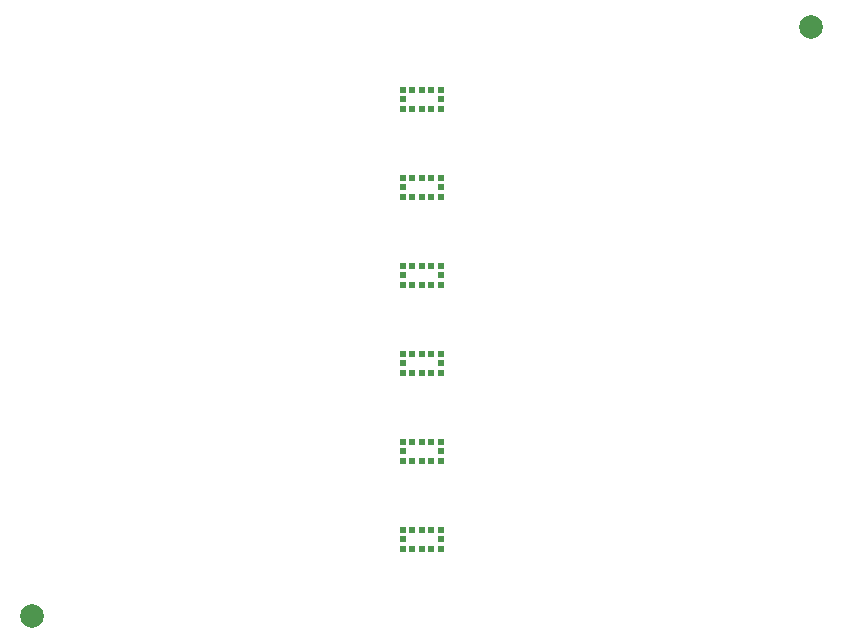
<source format=gbr>
%TF.GenerationSoftware,KiCad,Pcbnew,(5.1.9)-1*%
%TF.CreationDate,2022-02-15T00:45:03-06:00*%
%TF.ProjectId,CC_TOF_PANELIZED,43435f54-4f46-45f5-9041-4e454c495a45,000*%
%TF.SameCoordinates,Original*%
%TF.FileFunction,Paste,Bot*%
%TF.FilePolarity,Positive*%
%FSLAX46Y46*%
G04 Gerber Fmt 4.6, Leading zero omitted, Abs format (unit mm)*
G04 Created by KiCad (PCBNEW (5.1.9)-1) date 2022-02-15 00:45:03*
%MOMM*%
%LPD*%
G01*
G04 APERTURE LIST*
%ADD10R,0.508000X0.508000*%
%ADD11C,2.000000*%
G04 APERTURE END LIST*
D10*
%TO.C,U2*%
X78339999Y-66325027D03*
X77540001Y-66325027D03*
X76740000Y-66325027D03*
X75939999Y-66325027D03*
X75140001Y-66325027D03*
X75140054Y-67125000D03*
X75140001Y-67924973D03*
X75939999Y-67924973D03*
X76740000Y-67924973D03*
X77540001Y-67924973D03*
X78339999Y-67924973D03*
X78339946Y-67125000D03*
%TD*%
%TO.C,U2*%
X78339999Y-58875027D03*
X77540001Y-58875027D03*
X76740000Y-58875027D03*
X75939999Y-58875027D03*
X75140001Y-58875027D03*
X75140054Y-59675000D03*
X75140001Y-60474973D03*
X75939999Y-60474973D03*
X76740000Y-60474973D03*
X77540001Y-60474973D03*
X78339999Y-60474973D03*
X78339946Y-59675000D03*
%TD*%
%TO.C,U2*%
X78339999Y-51425027D03*
X77540001Y-51425027D03*
X76740000Y-51425027D03*
X75939999Y-51425027D03*
X75140001Y-51425027D03*
X75140054Y-52225000D03*
X75140001Y-53024973D03*
X75939999Y-53024973D03*
X76740000Y-53024973D03*
X77540001Y-53024973D03*
X78339999Y-53024973D03*
X78339946Y-52225000D03*
%TD*%
%TO.C,U2*%
X78339999Y-43975027D03*
X77540001Y-43975027D03*
X76740000Y-43975027D03*
X75939999Y-43975027D03*
X75140001Y-43975027D03*
X75140054Y-44775000D03*
X75140001Y-45574973D03*
X75939999Y-45574973D03*
X76740000Y-45574973D03*
X77540001Y-45574973D03*
X78339999Y-45574973D03*
X78339946Y-44775000D03*
%TD*%
%TO.C,U2*%
X78339999Y-36525027D03*
X77540001Y-36525027D03*
X76740000Y-36525027D03*
X75939999Y-36525027D03*
X75140001Y-36525027D03*
X75140054Y-37325000D03*
X75140001Y-38124973D03*
X75939999Y-38124973D03*
X76740000Y-38124973D03*
X77540001Y-38124973D03*
X78339999Y-38124973D03*
X78339946Y-37325000D03*
%TD*%
D11*
%TO.C,REF\u002A\u002A*%
X43740000Y-73610000D03*
%TD*%
%TO.C,REF\u002A\u002A*%
X109740000Y-23785000D03*
%TD*%
D10*
%TO.C,U2*%
X78339946Y-29875000D03*
X78339999Y-30674973D03*
X77540001Y-30674973D03*
X76740000Y-30674973D03*
X75939999Y-30674973D03*
X75140001Y-30674973D03*
X75140054Y-29875000D03*
X75140001Y-29075027D03*
X75939999Y-29075027D03*
X76740000Y-29075027D03*
X77540001Y-29075027D03*
X78339999Y-29075027D03*
%TD*%
M02*

</source>
